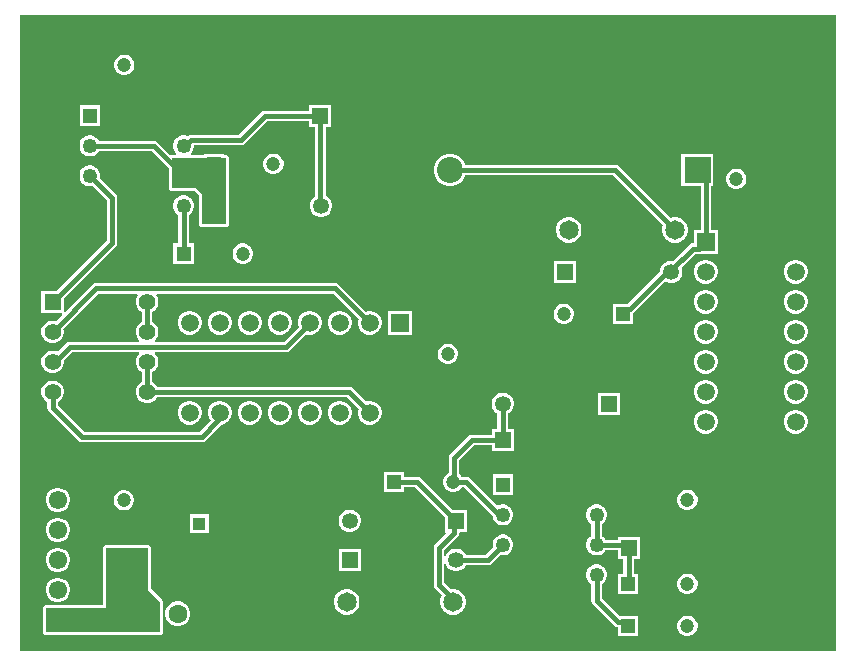
<source format=gtl>
%FSTAX23Y23*%
%MOIN*%
%SFA1B1*%

%IPPOS*%
%ADD18C,0.049210*%
%ADD19R,0.049210X0.049210*%
%ADD22C,0.047240*%
%ADD23R,0.047240X0.047240*%
%ADD24C,0.055120*%
%ADD25R,0.055120X0.055120*%
%ADD26R,0.047240X0.047240*%
%ADD31C,0.043310*%
%ADD32R,0.043310X0.043310*%
%ADD33C,0.086610*%
%ADD34R,0.086610X0.086610*%
%ADD37C,0.015000*%
%ADD38C,0.059060*%
%ADD39R,0.059060X0.059060*%
%ADD40R,0.053150X0.053150*%
%ADD41C,0.053150*%
%ADD42C,0.064960*%
%ADD43R,0.059060X0.059060*%
%ADD44C,0.062990*%
%ADD45R,0.062990X0.062990*%
%ADD46R,0.061020X0.061020*%
%ADD47C,0.061020*%
%LNtachometer-board-1*%
%LPD*%
G36*
X02734Y00015D02*
X00015D01*
Y02134*
X02734*
Y00015*
G37*
%LNtachometer-board-2*%
%LPC*%
G36*
X00366Y02003D02*
X00357D01*
X00348Y02001*
X0034Y01996*
X00334Y0199*
X0033Y01982*
X00327Y01974*
Y01965*
X0033Y01957*
X00334Y01949*
X0034Y01943*
X00348Y01938*
X00357Y01936*
X00366*
X00374Y01938*
X00382Y01943*
X00388Y01949*
X00392Y01957*
X00395Y01965*
Y01974*
X00392Y01982*
X00388Y0199*
X00382Y01996*
X00374Y02001*
X00366Y02003*
G37*
G36*
X0105Y01836D02*
X00977D01*
Y01817*
X0083*
X00823Y01816*
X00817Y01812*
X00742Y01737*
X00585*
X00578Y01736*
X00572Y01732*
X00572Y01732*
X00563Y01734*
X00554*
X00545Y01732*
X00537Y01727*
X00531Y01721*
X00526Y01713*
X00524Y01704*
Y01695*
X00526Y01686*
X00531Y01678*
X00535Y01675*
X00533Y0167*
X0052*
X00516Y01669*
X00515Y01668*
X00471Y01712*
X00466Y01716*
X00459Y01717*
X00276*
X00274Y01721*
X00267Y01727*
X00259Y01732*
X00251Y01734*
X00242*
X00233Y01732*
X00225Y01727*
X00218Y01721*
X00214Y01713*
X00212Y01704*
Y01695*
X00214Y01686*
X00218Y01678*
X00225Y01672*
X00233Y01667*
X00242Y01665*
X00251*
X00259Y01667*
X00267Y01672*
X00274Y01678*
X00276Y01682*
X00451*
X00509Y01624*
Y0156*
X0051Y01556*
X00512Y01552*
X00516Y0155*
X0052Y01549*
X00595*
X00609Y01535*
Y0144*
X0061Y01436*
X00612Y01432*
X00616Y0143*
X0062Y01429*
X007*
X00703Y0143*
X00707Y01432*
X00709Y01436*
X0071Y0144*
Y0166*
X00709Y01663*
X00707Y01667*
X00703Y01669*
X007Y0167*
X00695*
Y01673*
X00627*
Y0167*
X00585*
X00583Y01675*
X00586Y01678*
X00591Y01686*
X00593Y01695*
Y01702*
X0075*
X00756Y01703*
X00762Y01707*
X00837Y01782*
X00977*
Y01763*
X00996*
Y0153*
X00994Y01529*
X00987Y01522*
X00983Y01514*
X0098Y01504*
Y01495*
X00983Y01485*
X00987Y01477*
X00994Y0147*
X01003Y01465*
X01012Y01463*
X01021*
X01031Y01465*
X01039Y0147*
X01046Y01477*
X01051Y01485*
X01053Y01495*
Y01504*
X01051Y01514*
X01046Y01522*
X01039Y01529*
X01032Y01533*
Y01763*
X0105*
Y01836*
G37*
G36*
X00281Y01834D02*
X00212D01*
Y01765*
X00281*
Y01834*
G37*
G36*
X00862Y01673D02*
X00854D01*
X00845Y01671*
X00837Y01666*
X00831Y0166*
X00827Y01652*
X00824Y01644*
Y01635*
X00827Y01627*
X00831Y01619*
X00837Y01613*
X00845Y01608*
X00854Y01606*
X00862*
X00871Y01608*
X00879Y01613*
X00885Y01619*
X00889Y01627*
X00892Y01635*
Y01644*
X00889Y01652*
X00885Y0166*
X00879Y01666*
X00871Y01671*
X00862Y01673*
G37*
G36*
X02406Y01623D02*
X02397D01*
X02388Y01621*
X0238Y01616*
X02374Y0161*
X0237Y01602*
X02367Y01594*
Y01585*
X0237Y01577*
X02374Y01569*
X0238Y01563*
X02388Y01558*
X02397Y01556*
X02406*
X02414Y01558*
X02422Y01563*
X02428Y01569*
X02432Y01577*
X02435Y01585*
Y01594*
X02432Y01602*
X02428Y0161*
X02422Y01616*
X02414Y01621*
X02406Y01623*
G37*
G36*
X01454Y01673D02*
X0144D01*
X01427Y01669*
X01415Y01662*
X01405Y01652*
X01398Y0164*
X01394Y01627*
Y01612*
X01398Y01599*
X01405Y01587*
X01415Y01577*
X01427Y0157*
X0144Y01566*
X01454*
X01468Y0157*
X0148Y01577*
X0149Y01587*
X01497Y01599*
X01498Y01602*
X01989*
X02157Y01434*
X02154Y01425*
Y01414*
X02157Y01403*
X02163Y01393*
X02171Y01386*
X0218Y0138*
X02191Y01377*
X02202*
X02213Y0138*
X02223Y01386*
X02231Y01393*
X02236Y01403*
X02239Y01414*
Y01425*
X02236Y01436*
X02231Y01446*
X02223Y01453*
X02213Y01459*
X02202Y01462*
X02191*
X02182Y0146*
X02009Y01632*
X02003Y01636*
X01997Y01637*
X01498*
X01497Y0164*
X0149Y01652*
X0148Y01662*
X01468Y01669*
X01454Y01673*
G37*
G36*
X01848Y01462D02*
X01837D01*
X01826Y01459*
X01816Y01453*
X01808Y01446*
X01803Y01436*
X018Y01425*
Y01414*
X01803Y01403*
X01808Y01393*
X01816Y01386*
X01826Y0138*
X01837Y01377*
X01848*
X01859Y0138*
X01868Y01386*
X01876Y01393*
X01882Y01403*
X01885Y01414*
Y01425*
X01882Y01436*
X01876Y01446*
X01868Y01453*
X01859Y01459*
X01848Y01462*
G37*
G36*
X02325Y01673D02*
X02218D01*
Y01566*
X02282*
Y01419*
X0226*
Y01375*
X02257*
X02251Y01374*
X02245Y0137*
X02245*
X02191Y01316*
X02189Y01316*
X0218*
X0217Y01314*
X02162Y01309*
X02155Y01302*
X0215Y01294*
X02148Y01284*
Y01283*
X02038Y01173*
X02037Y01173*
X01989*
Y01106*
X02057*
Y01142*
X02058Y01143*
X02164Y01249*
X0217Y01245*
X0218Y01243*
X02189*
X02199Y01245*
X02207Y0125*
X02214Y01257*
X02219Y01265*
X02221Y01275*
Y01284*
X02219Y01293*
X02265Y0134*
X02277*
X02279Y0134*
X02339*
Y01419*
X02317*
Y01566*
X02325*
Y01673*
G37*
G36*
X0076Y01374D02*
X00751D01*
X00743Y01372*
X00735Y01367*
X00729Y01361*
X00724Y01353*
X00722Y01345*
Y01336*
X00724Y01327*
X00729Y0132*
X00735Y01313*
X00743Y01309*
X00751Y01307*
X0076*
X00769Y01309*
X00776Y01313*
X00782Y0132*
X00787Y01327*
X00789Y01336*
Y01345*
X00787Y01353*
X00782Y01361*
X00776Y01367*
X00769Y01372*
X0076Y01374*
G37*
G36*
X00563Y01534D02*
X00554D01*
X00545Y01532*
X00537Y01527*
X00531Y01521*
X00526Y01513*
X00524Y01504*
Y01495*
X00526Y01486*
X00531Y01478*
X00537Y01472*
X00541Y0147*
Y01374*
X00525*
Y01307*
X00592*
Y01374*
X00577*
Y0147*
X0058Y01472*
X00586Y01478*
X00591Y01486*
X00593Y01495*
Y01504*
X00591Y01513*
X00586Y01521*
X0058Y01527*
X00572Y01532*
X00563Y01534*
G37*
G36*
X01867Y01316D02*
X01794D01*
Y01243*
X01867*
Y01316*
G37*
G36*
X02605Y01319D02*
X02594D01*
X02584Y01316*
X02575Y01311*
X02568Y01304*
X02563Y01295*
X0256Y01285*
Y01274*
X02563Y01264*
X02568Y01255*
X02575Y01248*
X02584Y01243*
X02594Y0124*
X02605*
X02615Y01243*
X02624Y01248*
X02631Y01255*
X02636Y01264*
X02639Y01274*
Y01285*
X02636Y01295*
X02631Y01304*
X02624Y01311*
X02615Y01316*
X02605Y01319*
G37*
G36*
X02305D02*
X02294D01*
X02284Y01316*
X02275Y01311*
X02268Y01304*
X02263Y01295*
X0226Y01285*
Y01274*
X02263Y01264*
X02268Y01255*
X02275Y01248*
X02284Y01243*
X02294Y0124*
X02305*
X02315Y01243*
X02324Y01248*
X02331Y01255*
X02336Y01264*
X02339Y01274*
Y01285*
X02336Y01295*
X02331Y01304*
X02324Y01311*
X02315Y01316*
X02305Y01319*
G37*
G36*
X02605Y01219D02*
X02594D01*
X02584Y01216*
X02575Y01211*
X02568Y01204*
X02563Y01195*
X0256Y01185*
Y01174*
X02563Y01164*
X02568Y01155*
X02575Y01148*
X02584Y01143*
X02594Y0114*
X02605*
X02615Y01143*
X02624Y01148*
X02631Y01155*
X02636Y01164*
X02639Y01174*
Y01185*
X02636Y01195*
X02631Y01204*
X02624Y01211*
X02615Y01216*
X02605Y01219*
G37*
G36*
X02305D02*
X02294D01*
X02284Y01216*
X02275Y01211*
X02268Y01204*
X02263Y01195*
X0226Y01185*
Y01174*
X02263Y01164*
X02268Y01155*
X02275Y01148*
X02284Y01143*
X02294Y0114*
X02305*
X02315Y01143*
X02324Y01148*
X02331Y01155*
X02336Y01164*
X02339Y01174*
Y01185*
X02336Y01195*
X02331Y01204*
X02324Y01211*
X02315Y01216*
X02305Y01219*
G37*
G36*
X0183Y01173D02*
X01822D01*
X01813Y01171*
X01805Y01166*
X01799Y0116*
X01795Y01152*
X01792Y01144*
Y01135*
X01795Y01127*
X01799Y01119*
X01805Y01113*
X01813Y01108*
X01822Y01106*
X0183*
X01839Y01108*
X01847Y01113*
X01853Y01119*
X01857Y01127*
X0186Y01135*
Y01144*
X01857Y01152*
X01853Y0116*
X01847Y01166*
X01839Y01171*
X0183Y01173*
G37*
G36*
X01319Y01149D02*
X0124D01*
Y0107*
X01319*
Y01149*
G37*
G36*
X00251Y01634D02*
X00242D01*
X00233Y01632*
X00225Y01627*
X00218Y01621*
X00214Y01613*
X00212Y01604*
Y01595*
X00214Y01586*
X00218Y01578*
X00225Y01572*
X00233Y01567*
X00242Y01565*
X00251*
X00254Y01566*
X00302Y01519*
Y01384*
X00134Y01217*
X00084*
Y01142*
X00153*
X00155Y01137*
X00133Y01116*
X00127Y01117*
X00117*
X00108Y01115*
X00099Y0111*
X00092Y01103*
X00087Y01094*
X00084Y01084*
Y01075*
X00087Y01065*
X00092Y01056*
X00099Y01049*
X00108Y01045*
X00117Y01042*
X00127*
X00137Y01045*
X00145Y01049*
X00152Y01056*
X00157Y01065*
X0016Y01075*
Y01084*
X00158Y0109*
X00274Y01207*
X00405*
X00406Y01202*
X00402Y01194*
X00399Y01184*
Y01175*
X00402Y01165*
X00407Y01156*
X00414Y01149*
X00419Y01146*
Y01113*
X00414Y0111*
X00407Y01103*
X00402Y01094*
X00399Y01084*
Y01075*
X00402Y01065*
X00407Y01056*
X00411Y01052*
X00409Y01047*
X0018*
X00173Y01046*
X00167Y01042*
X00138Y01013*
X00137Y01015*
X00127Y01017*
X00117*
X00108Y01015*
X00099Y0101*
X00092Y01003*
X00087Y00994*
X00084Y00984*
Y00975*
X00087Y00965*
X00092Y00956*
X00099Y00949*
X00108Y00945*
X00117Y00942*
X00127*
X00137Y00945*
X00145Y00949*
X00152Y00956*
X00157Y00965*
X0016Y00975*
Y00984*
X00187Y01012*
X00409*
X00411Y01007*
X00407Y01003*
X00402Y00994*
X00399Y00984*
Y00975*
X00402Y00965*
X00407Y00956*
X00414Y00949*
X00419Y00946*
Y00913*
X00414Y0091*
X00407Y00903*
X00402Y00894*
X00399Y00884*
Y00875*
X00402Y00865*
X00407Y00856*
X00414Y00849*
X00423Y00845*
X00432Y00842*
X00442*
X00452Y00845*
X0046Y00849*
X00467Y00856*
X0047Y00862*
X01102*
X01142Y00822*
X0114Y00815*
Y00804*
X01143Y00794*
X01148Y00785*
X01155Y00778*
X01164Y00773*
X01174Y0077*
X01185*
X01195Y00773*
X01204Y00778*
X01211Y00785*
X01216Y00794*
X01219Y00804*
Y00815*
X01216Y00825*
X01211Y00834*
X01204Y00841*
X01195Y00846*
X01185Y00849*
X01174*
X01167Y00847*
X01122Y00892*
X01116Y00896*
X0111Y00897*
X0047*
X00467Y00903*
X0046Y0091*
X00455Y00913*
Y00946*
X0046Y00949*
X00467Y00956*
X00472Y00965*
X00475Y00975*
Y00984*
X00472Y00994*
X00467Y01003*
X00463Y01007*
X00465Y01012*
X009*
X00906Y01013*
X00912Y01017*
X00967Y01072*
X00974Y0107*
X00985*
X00995Y01073*
X01004Y01078*
X01011Y01085*
X01016Y01094*
X01019Y01104*
Y01115*
X01016Y01125*
X01011Y01134*
X01004Y01141*
X00995Y01146*
X00985Y01149*
X00974*
X00964Y01146*
X00955Y01141*
X00948Y01134*
X00943Y01125*
X0094Y01115*
Y01104*
X00942Y01097*
X00892Y01047*
X00465*
X00463Y01052*
X00467Y01056*
X00472Y01065*
X00475Y01075*
Y01084*
X00472Y01094*
X00467Y01103*
X0046Y0111*
X00455Y01113*
Y01146*
X0046Y01149*
X00467Y01156*
X00472Y01165*
X00475Y01175*
Y01184*
X00472Y01194*
X00468Y01202*
X00469Y01207*
X01057*
X01142Y01122*
X0114Y01115*
Y01104*
X01143Y01094*
X01148Y01085*
X01155Y01078*
X01164Y01073*
X01174Y0107*
X01185*
X01195Y01073*
X01204Y01078*
X01211Y01085*
X01216Y01094*
X01219Y01104*
Y01115*
X01216Y01125*
X01211Y01134*
X01204Y01141*
X01195Y01146*
X01185Y01149*
X01174*
X01167Y01147*
X01077Y01237*
X01071Y01241*
X01064Y01242*
X00267*
X0026Y01241*
X00254Y01237*
X00164Y01147*
X0016Y01149*
Y01192*
X00332Y01364*
X00336Y0137*
X00337Y01377*
Y01526*
X00336Y01533*
X00332Y01539*
X0028Y01591*
X00281Y01595*
Y01604*
X00278Y01613*
X00274Y01621*
X00267Y01627*
X00259Y01632*
X00251Y01634*
G37*
G36*
X01085Y01149D02*
X01074D01*
X01064Y01146*
X01055Y01141*
X01048Y01134*
X01043Y01125*
X0104Y01115*
Y01104*
X01043Y01094*
X01048Y01085*
X01055Y01078*
X01064Y01073*
X01074Y0107*
X01085*
X01095Y01073*
X01104Y01078*
X01111Y01085*
X01116Y01094*
X01119Y01104*
Y01115*
X01116Y01125*
X01111Y01134*
X01104Y01141*
X01095Y01146*
X01085Y01149*
G37*
G36*
X00885D02*
X00874D01*
X00864Y01146*
X00855Y01141*
X00848Y01134*
X00843Y01125*
X0084Y01115*
Y01104*
X00843Y01094*
X00848Y01085*
X00855Y01078*
X00864Y01073*
X00874Y0107*
X00885*
X00895Y01073*
X00904Y01078*
X00911Y01085*
X00916Y01094*
X00919Y01104*
Y01115*
X00916Y01125*
X00911Y01134*
X00904Y01141*
X00895Y01146*
X00885Y01149*
G37*
G36*
X00785D02*
X00774D01*
X00764Y01146*
X00755Y01141*
X00748Y01134*
X00743Y01125*
X0074Y01115*
Y01104*
X00743Y01094*
X00748Y01085*
X00755Y01078*
X00764Y01073*
X00774Y0107*
X00785*
X00795Y01073*
X00804Y01078*
X00811Y01085*
X00816Y01094*
X00819Y01104*
Y01115*
X00816Y01125*
X00811Y01134*
X00804Y01141*
X00795Y01146*
X00785Y01149*
G37*
G36*
X00685D02*
X00674D01*
X00664Y01146*
X00655Y01141*
X00648Y01134*
X00643Y01125*
X0064Y01115*
Y01104*
X00643Y01094*
X00648Y01085*
X00655Y01078*
X00664Y01073*
X00674Y0107*
X00685*
X00695Y01073*
X00704Y01078*
X00711Y01085*
X00716Y01094*
X00719Y01104*
Y01115*
X00716Y01125*
X00711Y01134*
X00704Y01141*
X00695Y01146*
X00685Y01149*
G37*
G36*
X00585D02*
X00574D01*
X00564Y01146*
X00555Y01141*
X00548Y01134*
X00543Y01125*
X0054Y01115*
Y01104*
X00543Y01094*
X00548Y01085*
X00555Y01078*
X00564Y01073*
X00574Y0107*
X00585*
X00595Y01073*
X00604Y01078*
X00611Y01085*
X00616Y01094*
X00619Y01104*
Y01115*
X00616Y01125*
X00611Y01134*
X00604Y01141*
X00595Y01146*
X00585Y01149*
G37*
G36*
X02605Y01119D02*
X02594D01*
X02584Y01116*
X02575Y01111*
X02568Y01104*
X02563Y01095*
X0256Y01085*
Y01074*
X02563Y01064*
X02568Y01055*
X02575Y01048*
X02584Y01043*
X02594Y0104*
X02605*
X02615Y01043*
X02624Y01048*
X02631Y01055*
X02636Y01064*
X02639Y01074*
Y01085*
X02636Y01095*
X02631Y01104*
X02624Y01111*
X02615Y01116*
X02605Y01119*
G37*
G36*
X02305D02*
X02294D01*
X02284Y01116*
X02275Y01111*
X02268Y01104*
X02263Y01095*
X0226Y01085*
Y01074*
X02263Y01064*
X02268Y01055*
X02275Y01048*
X02284Y01043*
X02294Y0104*
X02305*
X02315Y01043*
X02324Y01048*
X02331Y01055*
X02336Y01064*
X02339Y01074*
Y01085*
X02336Y01095*
X02331Y01104*
X02324Y01111*
X02315Y01116*
X02305Y01119*
G37*
G36*
X01444Y0104D02*
X01435D01*
X01427Y01038*
X01419Y01033*
X01413Y01027*
X01408Y01019*
X01406Y01011*
Y01002*
X01408Y00993*
X01413Y00986*
X01419Y00979*
X01427Y00975*
X01435Y00973*
X01444*
X01452Y00975*
X0146Y00979*
X01466Y00986*
X01471Y00993*
X01473Y01002*
Y01011*
X01471Y01019*
X01466Y01027*
X0146Y01033*
X01452Y01038*
X01444Y0104*
G37*
G36*
X02605Y01019D02*
X02594D01*
X02584Y01016*
X02575Y01011*
X02568Y01004*
X02563Y00995*
X0256Y00985*
Y00974*
X02563Y00964*
X02568Y00955*
X02575Y00948*
X02584Y00943*
X02594Y0094*
X02605*
X02615Y00943*
X02624Y00948*
X02631Y00955*
X02636Y00964*
X02639Y00974*
Y00985*
X02636Y00995*
X02631Y01004*
X02624Y01011*
X02615Y01016*
X02605Y01019*
G37*
G36*
X02305D02*
X02294D01*
X02284Y01016*
X02275Y01011*
X02268Y01004*
X02263Y00995*
X0226Y00985*
Y00974*
X02263Y00964*
X02268Y00955*
X02275Y00948*
X02284Y00943*
X02294Y0094*
X02305*
X02315Y00943*
X02324Y00948*
X02331Y00955*
X02336Y00964*
X02339Y00974*
Y00985*
X02336Y00995*
X02331Y01004*
X02324Y01011*
X02315Y01016*
X02305Y01019*
G37*
G36*
X02605Y00919D02*
X02594D01*
X02584Y00916*
X02575Y00911*
X02568Y00904*
X02563Y00895*
X0256Y00885*
Y00874*
X02563Y00864*
X02568Y00855*
X02575Y00848*
X02584Y00843*
X02594Y0084*
X02605*
X02615Y00843*
X02624Y00848*
X02631Y00855*
X02636Y00864*
X02639Y00874*
Y00885*
X02636Y00895*
X02631Y00904*
X02624Y00911*
X02615Y00916*
X02605Y00919*
G37*
G36*
X02305D02*
X02294D01*
X02284Y00916*
X02275Y00911*
X02268Y00904*
X02263Y00895*
X0226Y00885*
Y00874*
X02263Y00864*
X02268Y00855*
X02275Y00848*
X02284Y00843*
X02294Y0084*
X02305*
X02315Y00843*
X02324Y00848*
X02331Y00855*
X02336Y00864*
X02339Y00874*
Y00885*
X02336Y00895*
X02331Y00904*
X02324Y00911*
X02315Y00916*
X02305Y00919*
G37*
G36*
X02013Y00876D02*
X0194D01*
Y00803*
X02013*
Y00876*
G37*
G36*
X01085Y00849D02*
X01074D01*
X01064Y00846*
X01055Y00841*
X01048Y00834*
X01043Y00825*
X0104Y00815*
Y00804*
X01043Y00794*
X01048Y00785*
X01055Y00778*
X01064Y00773*
X01074Y0077*
X01085*
X01095Y00773*
X01104Y00778*
X01111Y00785*
X01116Y00794*
X01119Y00804*
Y00815*
X01116Y00825*
X01111Y00834*
X01104Y00841*
X01095Y00846*
X01085Y00849*
G37*
G36*
X00985D02*
X00974D01*
X00964Y00846*
X00955Y00841*
X00948Y00834*
X00943Y00825*
X0094Y00815*
Y00804*
X00943Y00794*
X00948Y00785*
X00955Y00778*
X00964Y00773*
X00974Y0077*
X00985*
X00995Y00773*
X01004Y00778*
X01011Y00785*
X01016Y00794*
X01019Y00804*
Y00815*
X01016Y00825*
X01011Y00834*
X01004Y00841*
X00995Y00846*
X00985Y00849*
G37*
G36*
X00885D02*
X00874D01*
X00864Y00846*
X00855Y00841*
X00848Y00834*
X00843Y00825*
X0084Y00815*
Y00804*
X00843Y00794*
X00848Y00785*
X00855Y00778*
X00864Y00773*
X00874Y0077*
X00885*
X00895Y00773*
X00904Y00778*
X00911Y00785*
X00916Y00794*
X00919Y00804*
Y00815*
X00916Y00825*
X00911Y00834*
X00904Y00841*
X00895Y00846*
X00885Y00849*
G37*
G36*
X00785D02*
X00774D01*
X00764Y00846*
X00755Y00841*
X00748Y00834*
X00743Y00825*
X0074Y00815*
Y00804*
X00743Y00794*
X00748Y00785*
X00755Y00778*
X00764Y00773*
X00774Y0077*
X00785*
X00795Y00773*
X00804Y00778*
X00811Y00785*
X00816Y00794*
X00819Y00804*
Y00815*
X00816Y00825*
X00811Y00834*
X00804Y00841*
X00795Y00846*
X00785Y00849*
G37*
G36*
X00585D02*
X00574D01*
X00564Y00846*
X00555Y00841*
X00548Y00834*
X00543Y00825*
X0054Y00815*
Y00804*
X00543Y00794*
X00548Y00785*
X00555Y00778*
X00564Y00773*
X00574Y0077*
X00585*
X00595Y00773*
X00604Y00778*
X00611Y00785*
X00616Y00794*
X00619Y00804*
Y00815*
X00616Y00825*
X00611Y00834*
X00604Y00841*
X00595Y00846*
X00585Y00849*
G37*
G36*
X02605Y00819D02*
X02594D01*
X02584Y00816*
X02575Y00811*
X02568Y00804*
X02563Y00795*
X0256Y00785*
Y00774*
X02563Y00764*
X02568Y00755*
X02575Y00748*
X02584Y00743*
X02594Y0074*
X02605*
X02615Y00743*
X02624Y00748*
X02631Y00755*
X02636Y00764*
X02639Y00774*
Y00785*
X02636Y00795*
X02631Y00804*
X02624Y00811*
X02615Y00816*
X02605Y00819*
G37*
G36*
X02305D02*
X02294D01*
X02284Y00816*
X02275Y00811*
X02268Y00804*
X02263Y00795*
X0226Y00785*
Y00774*
X02263Y00764*
X02268Y00755*
X02275Y00748*
X02284Y00743*
X02294Y0074*
X02305*
X02315Y00743*
X02324Y00748*
X02331Y00755*
X02336Y00764*
X02339Y00774*
Y00785*
X02336Y00795*
X02331Y00804*
X02324Y00811*
X02315Y00816*
X02305Y00819*
G37*
G36*
X00127Y00917D02*
X00117D01*
X00108Y00915*
X00099Y0091*
X00092Y00903*
X00087Y00894*
X00084Y00884*
Y00875*
X00087Y00865*
X00092Y00856*
X00099Y00849*
X00104Y00846*
Y00827*
X00106Y0082*
X00109Y00814*
X00207Y00717*
X00213Y00713*
X0022Y00712*
X0062*
X00626Y00713*
X00632Y00717*
X00684Y00768*
X00685Y0077*
X00695Y00773*
X00704Y00778*
X00711Y00785*
X00716Y00794*
X00719Y00804*
Y00815*
X00716Y00825*
X00711Y00834*
X00704Y00841*
X00695Y00846*
X00685Y00849*
X00674*
X00664Y00846*
X00655Y00841*
X00648Y00834*
X00643Y00825*
X0064Y00815*
Y00804*
X00643Y00794*
X00648Y00785*
X00649Y00784*
X00612Y00747*
X00227*
X0014Y00834*
Y00846*
X00145Y00849*
X00152Y00856*
X00157Y00865*
X0016Y00875*
Y00884*
X00157Y00894*
X00152Y00903*
X00145Y0091*
X00137Y00915*
X00127Y00917*
G37*
G36*
X01627Y00876D02*
X01618D01*
X01608Y00874*
X016Y00869*
X01593Y00862*
X01588Y00854*
X01586Y00844*
Y00835*
X01588Y00825*
X01593Y00817*
X016Y0081*
X01604Y00808*
Y00756*
X01586*
Y00737*
X0152*
X01513Y00736*
X01507Y00732*
X01447Y00672*
X01443Y00666*
X01442Y0066*
Y00609*
X01437Y00606*
X01431Y006*
X01427Y00592*
X01424Y00584*
Y00575*
X01427Y00567*
X01431Y00559*
X01437Y00553*
X01445Y00548*
X01454Y00546*
X01462*
X01471Y00548*
X01479Y00553*
X01485Y00559*
X01486Y00562*
X01492*
X01589Y00465*
Y00465*
X01591Y00456*
X01596Y00448*
X01602Y00442*
X0161Y00437*
X01619Y00435*
X01628*
X01637Y00437*
X01644Y00442*
X01651Y00448*
X01655Y00456*
X01658Y00465*
Y00474*
X01655Y00483*
X01651Y00491*
X01644Y00497*
X01637Y00502*
X01628Y00504*
X01619*
X0161Y00502*
X01605Y00499*
X01512Y00592*
X01506Y00596*
X015Y00597*
X01487*
X01485Y006*
X01479Y00606*
X01477Y00607*
Y00652*
X01527Y00702*
X01586*
Y00683*
X01659*
Y00756*
X0164*
Y00808*
X01645Y0081*
X01652Y00817*
X01656Y00825*
X01659Y00835*
Y00844*
X01656Y00854*
X01652Y00862*
X01645Y00869*
X01636Y00874*
X01627Y00876*
G37*
G36*
X01658Y00604D02*
X01589D01*
Y00535*
X01658*
Y00604*
G37*
G36*
X02242Y00553D02*
X02234D01*
X02225Y00551*
X02217Y00546*
X02211Y0054*
X02207Y00532*
X02204Y00524*
Y00515*
X02207Y00507*
X02211Y00499*
X02217Y00493*
X02225Y00488*
X02234Y00486*
X02242*
X02251Y00488*
X02259Y00493*
X02265Y00499*
X02269Y00507*
X02272Y00515*
Y00524*
X02269Y00532*
X02265Y0054*
X02259Y00546*
X02251Y00551*
X02242Y00553*
G37*
G36*
X00364Y00552D02*
X00355D01*
X00347Y00549*
X00339Y00545*
X00333Y00539*
X00328Y00531*
X00326Y00522*
Y00514*
X00328Y00505*
X00333Y00497*
X00339Y00491*
X00347Y00487*
X00355Y00484*
X00364*
X00372Y00487*
X0038Y00491*
X00386Y00497*
X00391Y00505*
X00393Y00514*
Y00522*
X00391Y00531*
X00386Y00539*
X0038Y00545*
X00372Y00549*
X00364Y00552*
G37*
G36*
X00145Y0056D02*
X00134D01*
X00124Y00557*
X00115Y00552*
X00107Y00544*
X00102Y00535*
X00099Y00525*
Y00514*
X00102Y00504*
X00107Y00495*
X00115Y00487*
X00124Y00482*
X00134Y00479*
X00145*
X00155Y00482*
X00164Y00487*
X00172Y00495*
X00177Y00504*
X0018Y00514*
Y00525*
X00177Y00535*
X00172Y00544*
X00164Y00552*
X00155Y00557*
X00145Y0056*
G37*
G36*
X01117Y00486D02*
X01108D01*
X01098Y00484*
X0109Y00479*
X01083Y00472*
X01078Y00464*
X01076Y00454*
Y00445*
X01078Y00435*
X01083Y00427*
X0109Y0042*
X01098Y00415*
X01108Y00413*
X01117*
X01126Y00415*
X01135Y0042*
X01142Y00427*
X01146Y00435*
X01149Y00445*
Y00454*
X01146Y00464*
X01142Y00472*
X01135Y00479*
X01126Y00484*
X01117Y00486*
G37*
G36*
X00642Y00471D02*
X00579D01*
Y00408*
X00642*
Y00471*
G37*
G36*
X00145Y0046D02*
X00134D01*
X00124Y00457*
X00115Y00452*
X00107Y00444*
X00102Y00435*
X00099Y00425*
Y00414*
X00102Y00404*
X00107Y00395*
X00115Y00387*
X00124Y00382*
X00134Y00379*
X00145*
X00155Y00382*
X00164Y00387*
X00172Y00395*
X00177Y00404*
X0018Y00414*
Y00425*
X00177Y00435*
X00172Y00444*
X00164Y00452*
X00155Y00457*
X00145Y0046*
G37*
G36*
X01295Y00613D02*
X01227D01*
Y00546*
X01295*
Y00562*
X01329*
X0143Y00461*
Y00413*
X01431*
X01433Y00408*
X01397Y00372*
X01393Y00366*
X01392Y0036*
Y00236*
X01393Y00229*
X01397Y00224*
X0142Y00201*
X01417Y00196*
X01414Y00185*
Y00174*
X01417Y00163*
X01423Y00153*
X01431Y00146*
X0144Y0014*
X01451Y00137*
X01462*
X01473Y0014*
X01483Y00146*
X01491Y00153*
X01496Y00163*
X01499Y00174*
Y00185*
X01496Y00196*
X01491Y00206*
X01483Y00213*
X01473Y00219*
X01462Y00222*
X01451*
X01449Y00222*
X01427Y00244*
Y00306*
X01432Y00306*
X01433Y00305*
X01437Y00297*
X01444Y0029*
X01453Y00285*
X01462Y00283*
X01471*
X01481Y00285*
X01489Y0029*
X01496Y00297*
X01499Y00302*
X01573*
X0158Y00303*
X01586Y00307*
X01615Y00336*
X01619Y00335*
X01628*
X01637Y00337*
X01644Y00342*
X01651Y00348*
X01655Y00356*
X01658Y00365*
Y00374*
X01655Y00383*
X01651Y00391*
X01644Y00397*
X01637Y00402*
X01628Y00404*
X01619*
X0161Y00402*
X01602Y00397*
X01596Y00391*
X01591Y00383*
X01589Y00374*
Y00365*
X0159Y00361*
X01566Y00337*
X01499*
X01496Y00342*
X01489Y00349*
X01481Y00354*
X01471Y00356*
X01462*
X01453Y00354*
X01444Y00349*
X01437Y00342*
X01433Y00334*
X01432Y00333*
X01427Y00333*
Y00352*
X01472Y00397*
X01476Y00402*
X01477Y00409*
X0148Y00413*
X01503*
Y00486*
X01455*
X01349Y00592*
X01343Y00596*
X01337Y00597*
X01295*
Y00613*
G37*
G36*
X01149Y00356D02*
X01076D01*
Y00283*
X01149*
Y00356*
G37*
G36*
X00145Y0036D02*
X00134D01*
X00124Y00357*
X00115Y00352*
X00107Y00344*
X00102Y00335*
X00099Y00325*
Y00314*
X00102Y00304*
X00107Y00295*
X00115Y00287*
X00124Y00282*
X00134Y00279*
X00145*
X00155Y00282*
X00164Y00287*
X00172Y00295*
X00177Y00304*
X0018Y00314*
Y00325*
X00177Y00335*
X00172Y00344*
X00164Y00352*
X00155Y00357*
X00145Y0036*
G37*
G36*
X02242Y00273D02*
X02234D01*
X02225Y00271*
X02217Y00266*
X02211Y0026*
X02207Y00252*
X02204Y00244*
Y00235*
X02207Y00227*
X02211Y00219*
X02217Y00213*
X02225Y00208*
X02234Y00206*
X02242*
X02251Y00208*
X02259Y00213*
X02265Y00219*
X02269Y00227*
X02272Y00235*
Y00244*
X02269Y00252*
X02265Y0026*
X02259Y00266*
X02251Y00271*
X02242Y00273*
G37*
G36*
X0194Y00504D02*
X01931D01*
X01922Y00502*
X01915Y00497*
X01908Y00491*
X01904Y00483*
X01901Y00474*
Y00465*
X01904Y00456*
X01908Y00448*
X01915Y00442*
X01918Y0044*
Y00399*
X01915Y00397*
X01908Y00391*
X01904Y00383*
X01901Y00374*
Y00365*
X01904Y00356*
X01908Y00348*
X01915Y00342*
X01922Y00337*
X01931Y00335*
X0194*
X01949Y00337*
X01957Y00342*
X01963Y00348*
X01965Y00352*
X02006*
Y00323*
X02024*
Y00273*
X02007*
Y00206*
X02075*
Y00273*
X0206*
Y00323*
X02079*
Y00396*
X02006*
Y00387*
X01965*
X01963Y00391*
X01957Y00397*
X01954Y00399*
Y0044*
X01957Y00442*
X01963Y00448*
X01968Y00456*
X0197Y00465*
Y00474*
X01968Y00483*
X01963Y00491*
X01957Y00497*
X01949Y00502*
X0194Y00504*
G37*
G36*
X00145Y0026D02*
X00134D01*
X00124Y00257*
X00115Y00252*
X00107Y00244*
X00102Y00235*
X00099Y00225*
Y00214*
X00102Y00204*
X00107Y00195*
X00115Y00187*
X00124Y00182*
X00134Y00179*
X00145*
X00155Y00182*
X00164Y00187*
X00172Y00195*
X00177Y00204*
X0018Y00214*
Y00225*
X00177Y00235*
X00172Y00244*
X00164Y00252*
X00155Y00257*
X00145Y0026*
G37*
G36*
X01108Y00222D02*
X01097D01*
X01086Y00219*
X01076Y00213*
X01068Y00206*
X01063Y00196*
X0106Y00185*
Y00174*
X01063Y00163*
X01068Y00153*
X01076Y00146*
X01086Y0014*
X01097Y00137*
X01108*
X01119Y0014*
X01128Y00146*
X01136Y00153*
X01142Y00163*
X01145Y00174*
Y00185*
X01142Y00196*
X01136Y00206*
X01128Y00213*
X01119Y00219*
X01108Y00222*
G37*
G36*
X00545Y00181D02*
X00534D01*
X00523Y00178*
X00514Y00173*
X00506Y00165*
X00501Y00156*
X00498Y00145*
Y00134*
X00501Y00123*
X00506Y00114*
X00514Y00106*
X00523Y00101*
X00534Y00098*
X00545*
X00556Y00101*
X00565Y00106*
X00573Y00114*
X00578Y00123*
X00581Y00134*
Y00145*
X00578Y00156*
X00573Y00165*
X00565Y00173*
X00556Y00178*
X00545Y00181*
G37*
G36*
X0044Y0037D02*
X003D01*
X00296Y00369*
X00292Y00367*
X0029Y00363*
X00289Y0036*
Y0017*
X001*
X00096Y00169*
X00092Y00167*
X0009Y00163*
X00089Y0016*
Y0008*
X0009Y00076*
X00092Y00072*
X00096Y0007*
X001Y00069*
X0048*
X00483Y0007*
X00487Y00072*
X00489Y00076*
X0049Y0008*
Y0018*
X00489Y00183*
X00487Y00187*
X0045Y00224*
Y0036*
X00449Y00363*
X00447Y00367*
X00443Y00369*
X0044Y0037*
G37*
G36*
X02242Y00133D02*
X02234D01*
X02225Y00131*
X02217Y00126*
X02211Y0012*
X02207Y00112*
X02204Y00104*
Y00095*
X02207Y00087*
X02211Y00079*
X02217Y00073*
X02225Y00068*
X02234Y00066*
X02242*
X02251Y00068*
X02259Y00073*
X02265Y00079*
X02269Y00087*
X02272Y00095*
Y00104*
X02269Y00112*
X02265Y0012*
X02259Y00126*
X02251Y00131*
X02242Y00133*
G37*
G36*
X0194Y00304D02*
X01931D01*
X01922Y00302*
X01915Y00297*
X01908Y00291*
X01904Y00283*
X01901Y00274*
Y00265*
X01904Y00256*
X01908Y00248*
X01915Y00242*
X01918Y0024*
Y00183*
X01919Y00176*
X01923Y00171*
X01993Y00101*
X01999Y00097*
X02006Y00095*
X02007*
Y00066*
X02075*
Y00133*
X02011*
X01954Y00191*
Y0024*
X01957Y00242*
X01963Y00248*
X01968Y00256*
X0197Y00265*
Y00274*
X01968Y00283*
X01963Y00291*
X01957Y00297*
X01949Y00302*
X0194Y00304*
G37*
%LNtachometer-board-3*%
%LPD*%
G36*
X007Y0144D02*
X0062D01*
Y0154*
X006Y0156*
X0052*
Y0166*
X007*
Y0144*
G37*
G36*
X0044Y0022D02*
X0048Y0018D01*
Y0008*
X001*
Y0016*
X003*
Y0036*
X0044*
Y0022*
G37*
G54D18*
X00559Y018D03*
Y017D03*
Y016D03*
Y015D03*
X00246D03*
Y016D03*
Y017D03*
X01936Y0057D03*
Y0047D03*
Y0037D03*
Y0027D03*
X01623D03*
Y0037D03*
Y0047D03*
G54D19*
X00246Y018D03*
X01623Y0057D03*
G54D22*
X00858Y0164D03*
X00361Y0197D03*
X0144Y01006D03*
X00756Y0134D03*
X01458Y0058D03*
X02238Y001D03*
Y0024D03*
Y0052D03*
X01826Y0114D03*
X02401Y0159D03*
X0036Y00518D03*
G54D23*
X00661Y0164D03*
X00558Y0197D03*
X00559Y0134D03*
X01261Y0058D03*
X02041Y001D03*
Y0024D03*
Y0052D03*
X02023Y0114D03*
X02598Y0159D03*
G54D24*
X00122Y0088D03*
Y0098D03*
Y0108D03*
X00437Y0088D03*
Y0098D03*
Y0108D03*
Y0118D03*
G54D25*
X00122Y0118D03*
G54D26*
X0144Y0081D03*
X0036Y00321D03*
G54D31*
X00709Y0044D03*
G54D32*
X0061Y0044D03*
G54D33*
X01447Y0162D03*
G54D34*
X02272Y0162D03*
G54D37*
X0111Y0088D02*
X0118Y0081D01*
X00437Y0088D02*
X0111D01*
X00437D02*
Y0098D01*
X00246Y016D02*
X0032Y01526D01*
X00122Y0118D02*
X0032Y01377D01*
Y01526*
X01997Y0162D02*
X02197Y0142D01*
X01447Y0162D02*
X01997D01*
X02184Y0128D02*
Y01284D01*
X02257Y01357*
X02277*
X02162Y01272D02*
X02177D01*
X02039Y01156D02*
X02046D01*
X02023Y0114D02*
X02039Y01156D01*
X02046D02*
X02162Y01272D01*
X02277Y01357D02*
X023Y0138D01*
X02272Y0162D02*
X023Y01592D01*
Y0138D02*
Y01592D01*
X02598Y0159D02*
X026Y01588D01*
Y0138D02*
Y01588D01*
X00585Y0172D02*
X0075D01*
X0083Y018D02*
X01014D01*
X0075Y0172D02*
X0083Y018D01*
X01014Y01502D02*
Y018D01*
X00559D02*
Y01969D01*
X00558Y0197D02*
X00559Y01969D01*
Y018D02*
X0066D01*
X0021Y0175D02*
X00509D01*
X00559Y018*
X0017Y0171D02*
X0021Y0175D01*
X0017Y01576D02*
Y0171D01*
Y01576D02*
X00246Y015D01*
X00654Y0178D02*
X00662D01*
X00122Y00827D02*
Y0088D01*
X0013Y0098D02*
X0018Y0103D01*
X00122Y0108D02*
X00267Y01225D01*
X00122Y0098D02*
X0013D01*
X00671Y00781D02*
Y00801D01*
X01064Y01225D02*
X0118Y0111D01*
X00267Y01225D02*
X01064D01*
X0018Y0103D02*
X009D01*
X00437Y0108D02*
Y0118D01*
X009Y0103D02*
X0098Y0111D01*
X00246Y017D02*
X00459D01*
X00559D02*
X00565D01*
X00585Y0172*
X00459Y017D02*
X00559Y016D01*
X00556Y0134D02*
X00556Y01341D01*
X00559Y0134D02*
Y015D01*
X01014Y01502D02*
X01017Y015D01*
X00671Y00801D02*
X0068Y0081D01*
X0022Y0073D02*
X0062D01*
X01261Y0058D02*
X01337D01*
X01467Y0045*
X01459Y00442D02*
X01467Y0045D01*
X01459Y00409D02*
Y00442D01*
X0141Y00236D02*
Y0036D01*
X01459Y00409*
X0141Y00236D02*
X01457Y00189D01*
Y0018D02*
Y00189D01*
X01467Y0032D02*
X01573D01*
X01623Y0037*
X0062Y0073D02*
X00671Y00781D01*
X00122Y00827D02*
X0022Y0073D01*
X0208Y0052D02*
X0224Y0036D01*
X02397*
X01603Y00476D02*
X01617D01*
X015Y00579D02*
X01603Y00476D01*
X01617D02*
X01623Y0047D01*
X01458Y00579D02*
X015D01*
X01458Y0058D02*
X0146Y00581D01*
X01458Y0058D02*
X01458Y00579D01*
X0146Y00581D02*
Y0066D01*
X0163Y0027D02*
X0193Y0057D01*
X01936Y0037D02*
Y0047D01*
X0146Y0066D02*
X0152Y0072D01*
X01622*
X02027Y00113D02*
X02041Y001D01*
X02006Y00113D02*
X02027D01*
X01936Y00183D02*
X02006Y00113D01*
X01623Y0027D02*
X0163D01*
X01986Y0052D02*
X02041D01*
X0208*
X01936Y0057D02*
X01986Y0052D01*
X0193Y0057D02*
X01936D01*
Y00183D02*
Y0027D01*
Y0037D02*
X02032D01*
X02041Y0024D02*
X02042Y00241D01*
X02032Y0037D02*
X02042Y0036D01*
Y00241D02*
Y0036D01*
X01622Y0072D02*
Y0084D01*
X01936Y0057D02*
X01977Y0061D01*
Y0072*
X0042Y0012D02*
X0044Y0014D01*
G54D38*
X0058Y0081D03*
X0068D03*
X0078D03*
X0088D03*
X0098D03*
X0108D03*
X0118D03*
X0128D03*
X0058Y0111D03*
X0068D03*
X0078D03*
X0088D03*
X0098D03*
X0108D03*
X0118D03*
X026Y0078D03*
Y0088D03*
Y0098D03*
Y0108D03*
Y0118D03*
Y0128D03*
Y0138D03*
X023Y0078D03*
Y0088D03*
Y0098D03*
Y0108D03*
Y0118D03*
Y0128D03*
G54D39*
X0128Y0111D03*
G54D40*
X00662Y015D03*
X01014Y018D03*
X01977Y0084D03*
X01622Y0072D03*
X02042Y0036D03*
X01467Y0045D03*
X01112Y0032D03*
X0183Y0128D03*
G54D41*
X01017Y015D03*
X0066Y018D03*
X01622Y0084D03*
X01977Y0072D03*
X02397Y0036D03*
X01112Y0045D03*
X01467Y0032D03*
X02184Y0128D03*
G54D42*
X01102Y0018D03*
X01457D03*
X01842Y0142D03*
X02197D03*
G54D43*
X023Y0138D03*
G54D44*
X0064Y0014D03*
X0054D03*
G54D45*
X0044Y0014D03*
G54D46*
X0014Y0012D03*
G54D47*
X0014Y0022D03*
Y0032D03*
Y0042D03*
Y0052D03*
M02*
</source>
